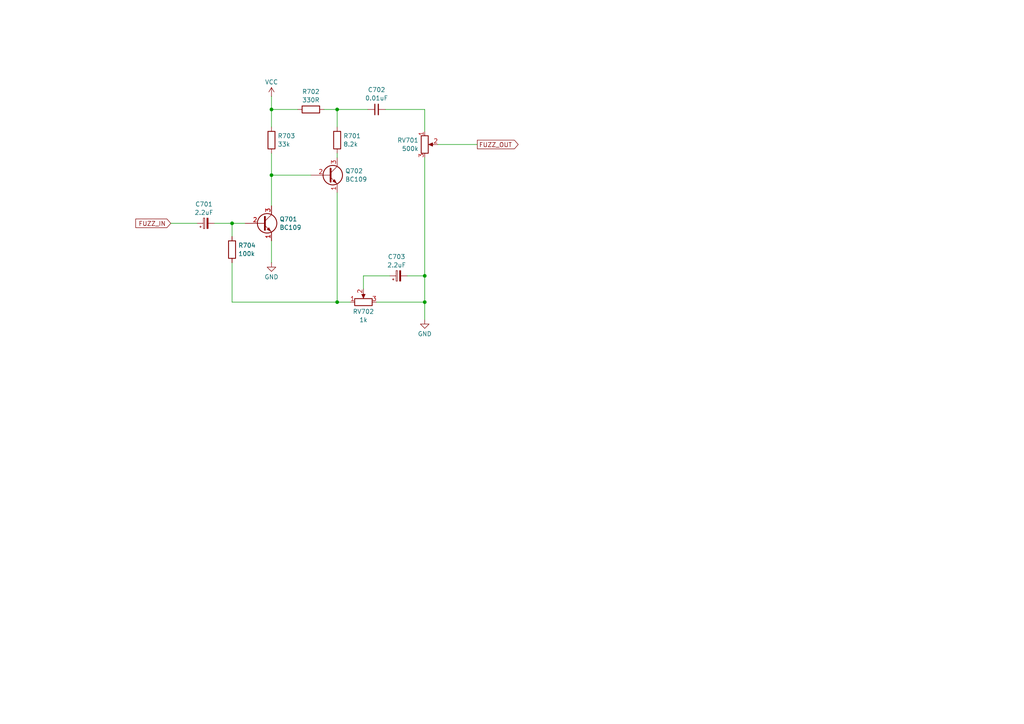
<source format=kicad_sch>
(kicad_sch (version 20231120) (generator "eeschema") (generator_version "8.0")
  (paper "A4")
  (lib_symbols
    (symbol "Device:C_Polarized_Small" (pin_numbers hide) (pin_names (offset 0.254) hide)
      (property "Reference" "C" (at 0.254 1.778 0))
      (property "Value" "C_Polarized_Small" (at 0.254 -2.032 0))
      (symbol "C_Polarized_Small_0_1"
        (rectangle (start -1.524 -0.3048) (end 1.524 -0.6858) (fill (type outline)))
        (rectangle (start -1.524 0.6858) (end 1.524 0.3048))
        (polyline (pts (xy -1.27 1.524) (xy -0.762 1.524)))
        (polyline (pts (xy -1.016 1.27) (xy -1.016 1.778)))
      )
      (symbol "C_Polarized_Small_1_1"
        (pin passive line (at 0 2.54 270) (length 1.8542) (name "~") (number "1"))
        (pin passive line (at 0 -2.54 90) (length 1.8542) (name "~") (number "2"))
      )
    )
    (symbol "Device:C_Small" (pin_numbers hide) (pin_names (offset 0.254) hide)
      (property "Reference" "C" (at 0.254 1.778 0))
      (property "Value" "C_Small" (at 0.254 -2.032 0))
      (symbol "C_Small_0_1"
        (polyline (pts (xy -1.524 -0.508) (xy 1.524 -0.508)) (stroke (width 0.3302)))
        (polyline (pts (xy -1.524 0.508) (xy 1.524 0.508)) (stroke (width 0.3048)))
      )
      (symbol "C_Small_1_1"
        (pin passive line (at 0 2.54 270) (length 2.032) (name "~") (number "1"))
        (pin passive line (at 0 -2.54 90) (length 2.032) (name "~") (number "2"))
      )
    )
    (symbol "Device:R" (pin_numbers hide) (pin_names (offset 0))
      (property "Reference" "R" (at 2.032 0 90))
      (property "Value" "R" (at 0 0 90))
      (symbol "R_0_1"
        (rectangle (start -1.016 -2.54) (end 1.016 2.54) (stroke (width 0.254)))
      )
      (symbol "R_1_1"
        (pin passive line (at 0 3.81 270) (length 1.27) (name "~") (number "1"))
        (pin passive line (at 0 -3.81 90) (length 1.27) (name "~") (number "2"))
      )
    )
    (symbol "Device:R_Potentiometer" (pin_names (offset 1.016) hide)
      (property "Reference" "RV" (at -4.445 0 90))
      (property "Value" "R_Potentiometer" (at -2.54 0 90))
      (symbol "R_Potentiometer_0_1"
        (polyline (pts (xy 2.54 0) (xy 1.524 0)))
        (polyline (pts (xy 1.143 0) (xy 2.286 0.508) (xy 2.286 -0.508) (xy 1.143 0)) (fill (type outline)))
        (rectangle (start 1.016 2.54) (end -1.016 -2.54) (stroke (width 0.254)))
      )
      (symbol "R_Potentiometer_1_1"
        (pin passive line (at 0 3.81 270) (length 1.27) (name "1") (number "1"))
        (pin passive line (at 3.81 0 180) (length 1.27) (name "2") (number "2"))
        (pin passive line (at 0 -3.81 90) (length 1.27) (name "3") (number "3"))
      )
    )
    (symbol "Transistor_BJT:BC109" (pin_names (offset 0) hide)
      (property "Reference" "Q" (at 5.08 1.905 0))
      (property "Value" "BC109" (at 5.08 0 0))
      (symbol "BC109_0_1"
        (polyline (pts (xy 0.635 0.635) (xy 2.54 2.54)))
        (polyline (pts (xy 0.635 -0.635) (xy 2.54 -2.54) (xy 2.54 -2.54)))
        (polyline (pts (xy 0.635 1.905) (xy 0.635 -1.905) (xy 0.635 -1.905)) (stroke (width 0.508)))
        (polyline (pts (xy 1.27 -1.778) (xy 1.778 -1.27) (xy 2.286 -2.286) (xy 1.27 -1.778) (xy 1.27 -1.778)) (fill (type outline)))
        (circle (center 1.27 0) (radius 2.8194) (stroke (width 0.254)))
      )
      (symbol "BC109_1_1"
        (pin passive line (at 2.54 -5.08 90) (length 2.54) (name "E") (number "1"))
        (pin input line (at -5.08 0 0) (length 5.715) (name "B") (number "2"))
        (pin passive line (at 2.54 5.08 270) (length 2.54) (name "C") (number "3"))
      )
    )
    (symbol "power:GND" (power) (pin_numbers hide) (pin_names (offset 0) hide)
      (property "Value" "GND" (at 0 -3.81 0))
      (symbol "GND_0_1"
        (polyline (pts (xy 0 0) (xy 0 -1.27) (xy 1.27 -1.27) (xy 0 -2.54) (xy -1.27 -1.27) (xy 0 -1.27)))
      )
      (symbol "GND_1_1"
        (pin power_in line (at 0 0 270) (length 0) (name "~") (number "1"))
      )
    )
    (symbol "power:VCC" (power) (pin_numbers hide) (pin_names (offset 0) hide)
      (property "Value" "VCC" (at 0 3.556 0))
      (symbol "VCC_0_1"
        (polyline (pts (xy -0.762 1.27) (xy 0 2.54)))
        (polyline (pts (xy 0 0) (xy 0 2.54)))
        (polyline (pts (xy 0 2.54) (xy 0.762 1.27)))
      )
      (symbol "VCC_1_1"
        (pin power_in line (at 0 0 90) (length 0) (name "~") (number "1"))
      )
    )
  )
  (junction (at 78.74 50.8))
  (junction (at 78.74 31.75))
  (junction (at 97.79 31.75))
  (junction (at 123.19 80.01))
  (junction (at 67.31 64.77))
  (junction (at 97.79 87.63))
  (junction (at 123.19 87.63))
  (wire (pts (xy 78.74 69.85) (xy 78.74 76.2)))
  (wire (pts (xy 113.03 80.01) (xy 105.41 80.01)))
  (wire (pts (xy 93.98 31.75) (xy 97.79 31.75)))
  (wire (pts (xy 67.31 76.2) (xy 67.31 87.63)))
  (wire (pts (xy 97.79 87.63) (xy 67.31 87.63)))
  (wire (pts (xy 105.41 80.01) (xy 105.41 83.82)))
  (wire (pts (xy 78.74 31.75) (xy 86.36 31.75)))
  (wire (pts (xy 78.74 27.94) (xy 78.74 31.75)))
  (wire (pts (xy 97.79 44.45) (xy 97.79 45.72)))
  (wire (pts (xy 49.53 64.77) (xy 57.15 64.77)))
  (wire (pts (xy 97.79 55.88) (xy 97.79 87.63)))
  (wire (pts (xy 123.19 87.63) (xy 123.19 92.71)))
  (wire (pts (xy 123.19 80.01) (xy 123.19 87.63)))
  (wire (pts (xy 109.22 87.63) (xy 123.19 87.63)))
  (wire (pts (xy 78.74 44.45) (xy 78.74 50.8)))
  (wire (pts (xy 123.19 31.75) (xy 123.19 38.1)))
  (wire (pts (xy 62.23 64.77) (xy 67.31 64.77)))
  (wire (pts (xy 67.31 64.77) (xy 67.31 68.58)))
  (wire (pts (xy 78.74 36.83) (xy 78.74 31.75)))
  (wire (pts (xy 78.74 50.8) (xy 90.17 50.8)))
  (wire (pts (xy 97.79 31.75) (xy 97.79 36.83)))
  (wire (pts (xy 67.31 64.77) (xy 71.12 64.77)))
  (wire (pts (xy 118.11 80.01) (xy 123.19 80.01)))
  (wire (pts (xy 78.74 59.69) (xy 78.74 50.8)))
  (wire (pts (xy 97.79 87.63) (xy 101.6 87.63)))
  (wire (pts (xy 123.19 45.72) (xy 123.19 80.01)))
  (wire (pts (xy 97.79 31.75) (xy 106.68 31.75)))
  (wire (pts (xy 111.76 31.75) (xy 123.19 31.75)))
  (wire (pts (xy 127 41.91) (xy 138.43 41.91)))
  (global_label "FUZZ_OUT" (shape output) (at 138.43 41.91 0) (property "Intersheetrefs" "${INTERSHEET_REFS}" (effects (hide yes))))
  (global_label "FUZZ_IN" (shape input) (at 49.53 64.77 180) (property "Intersheetrefs" "${INTERSHEET_REFS}" (effects (hide yes))))
  (symbol (lib_id "power:GND") (at 78.74 76.2 0) (unit 1)
    (property "Reference" "#PWR0702" (effects (hide yes)))
    (property "Value" "GND" (at 78.74 80.3331 0))
    (property "Description" "Power symbol creates a global label with name \"GND\" , ground" (effects (hide yes)))
  )
  (symbol (lib_id "power:VCC") (at 78.74 27.94 0) (unit 1)
    (property "Reference" "#PWR0701" (effects (hide yes)))
    (property "Value" "VCC" (at 78.74 23.8069 0))
    (property "Description" "Power symbol creates a global label with name \"VCC\"" (effects (hide yes)))
  )
  (symbol (lib_id "Device:R_Potentiometer") (at 105.41 87.63 90) (unit 1)
    (property "Reference" "RV702" (at 105.41 90.3661 90))
    (property "Value" "1k" (at 105.41 92.7904 90))
    (property "Footprint" "Connector_JST:JST_XH_B3B-XH-A_1x03_P2.50mm_Vertical" (effects (hide yes)))
    (property "Description" "Potentiometer" (effects (hide yes)))
  )
  (symbol (lib_id "Device:R") (at 97.79 40.64 0) (unit 1)
    (property "Reference" "R701" (at 99.568 39.4278 0) (effects (justify left)))
    (property "Value" "8.2k" (at 99.568 41.8521 0) (effects (justify left)))
    (property "Footprint" "Resistor_THT:R_Axial_DIN0207_L6.3mm_D2.5mm_P7.62mm_Horizontal" (effects (hide yes)))
    (property "Description" "Resistor" (effects (hide yes)))
  )
  (symbol (lib_id "Device:C_Polarized_Small") (at 59.69 64.77 90) (unit 1)
    (property "Reference" "C701" (at 59.1439 59.2285 90))
    (property "Value" "2.2uF" (at 59.1439 61.6528 90))
    (property "Footprint" "Capacitor_THT:CP_Radial_D5.0mm_P2.00mm" (effects (hide yes)))
    (property "Datasheet" "ECA-1HM2R2" (effects (hide yes)))
    (property "Description" "Polarized capacitor, small symbol" (effects (hide yes)))
  )
  (symbol (lib_id "Device:R") (at 78.74 40.64 180) (unit 1)
    (property "Reference" "R703" (at 80.518 39.4278 0) (effects (justify right)))
    (property "Value" "33k" (at 80.518 41.8521 0) (effects (justify right)))
    (property "Footprint" "Resistor_THT:R_Axial_DIN0207_L6.3mm_D2.5mm_P7.62mm_Horizontal" (effects (hide yes)))
    (property "Description" "Resistor" (effects (hide yes)))
  )
  (symbol (lib_id "Device:R") (at 90.17 31.75 90) (unit 1)
    (property "Reference" "R702" (at 90.17 26.5895 90))
    (property "Value" "330R" (at 90.17 29.0138 90))
    (property "Footprint" "Resistor_THT:R_Axial_DIN0207_L6.3mm_D2.5mm_P7.62mm_Horizontal" (effects (hide yes)))
    (property "Description" "Resistor" (effects (hide yes)))
  )
  (symbol (lib_id "Device:C_Small") (at 109.22 31.75 90) (unit 1)
    (property "Reference" "C702" (at 109.2263 26.0434 90))
    (property "Value" "0.01uF" (at 109.2263 28.4677 90))
    (property "Footprint" "Capacitor_THT:C_Disc_D5.0mm_W2.5mm_P2.50mm" (effects (hide yes)))
    (property "Datasheet" "FG28C0G1H103JNT06" (effects (hide yes)))
    (property "Description" "Unpolarized capacitor, small symbol" (effects (hide yes)))
  )
  (symbol (lib_id "Transistor_BJT:BC109") (at 76.2 64.77 0) (unit 1)
    (property "Reference" "Q701" (at 81.0514 63.5578 0) (effects (justify left)))
    (property "Value" "BC109" (at 81.0514 65.9821 0) (effects (justify left)))
    (property "Footprint" "Package_TO_SOT_THT:TO-18-3" (effects (hide yes)))
    (property "Datasheet" "http://www.farnell.com/datasheets/296634.pdf" (effects (hide yes)))
    (property "Description" "0.2A Ic, 25V Vce, Low Noise General Purpose NPN Transistor, TO-18" (effects (hide yes)))
  )
  (symbol (lib_id "Device:C_Polarized_Small") (at 115.57 80.01 90) (unit 1)
    (property "Reference" "C703" (at 115.0239 74.4685 90))
    (property "Value" "2.2uF" (at 115.0239 76.8928 90))
    (property "Footprint" "Capacitor_THT:CP_Radial_D5.0mm_P2.00mm" (effects (hide yes)))
    (property "Datasheet" "ECA-1HM2R2" (effects (hide yes)))
    (property "Description" "Polarized capacitor, small symbol" (effects (hide yes)))
  )
  (symbol (lib_id "Device:R_Potentiometer") (at 123.19 41.91 0) (unit 1)
    (property "Reference" "RV701" (at 121.4121 40.6978 0) (effects (justify right)))
    (property "Value" "500k" (at 121.4121 43.1221 0) (effects (justify right)))
    (property "Footprint" "Connector_JST:JST_XH_B3B-XH-A_1x03_P2.50mm_Vertical" (effects (hide yes)))
    (property "Description" "Potentiometer" (effects (hide yes)))
  )
  (symbol (lib_id "Device:R") (at 67.31 72.39 180) (unit 1)
    (property "Reference" "R704" (at 69.088 71.1778 0) (effects (justify right)))
    (property "Value" "100k" (at 69.088 73.6021 0) (effects (justify right)))
    (property "Footprint" "Resistor_THT:R_Axial_DIN0207_L6.3mm_D2.5mm_P7.62mm_Horizontal" (effects (hide yes)))
    (property "Description" "Resistor" (effects (hide yes)))
  )
  (symbol (lib_id "Transistor_BJT:BC109") (at 95.25 50.8 0) (unit 1)
    (property "Reference" "Q702" (at 100.1014 49.5878 0) (effects (justify left)))
    (property "Value" "BC109" (at 100.1014 52.0121 0) (effects (justify left)))
    (property "Footprint" "Package_TO_SOT_THT:TO-18-3" (effects (hide yes)))
    (property "Datasheet" "http://www.farnell.com/datasheets/296634.pdf" (effects (hide yes)))
    (property "Description" "0.2A Ic, 25V Vce, Low Noise General Purpose NPN Transistor, TO-18" (effects (hide yes)))
  )
  (symbol (lib_id "power:GND") (at 123.19 92.71 0) (unit 1)
    (property "Reference" "#PWR0703" (effects (hide yes)))
    (property "Value" "GND" (at 123.19 96.8431 0))
    (property "Description" "Power symbol creates a global label with name \"GND\" , ground" (effects (hide yes)))
  )
)
</source>
